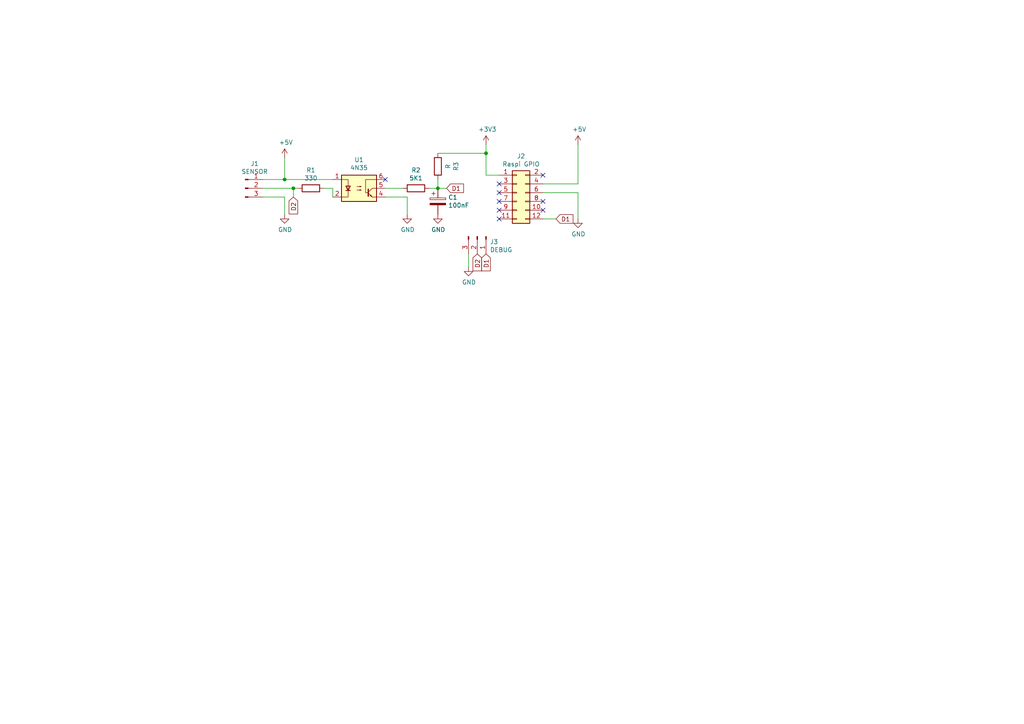
<source format=kicad_sch>
(kicad_sch (version 20211123) (generator eeschema)
  (paper "A4")
  (lib_symbols
    (symbol "Connector:Conn_01x03_Male" (pin_names (offset 1.016) hide)
      (property "Reference" "J" (at 0 5.08 0))
      (property "Value" "Conn_01x03_Male" (at 0 -5.08 0))
      (symbol "Conn_01x03_Male_1_1"
        (polyline (pts (xy 1.27 -2.54) (xy 0.8636 -2.54)) (stroke (width 0.1524)))
        (polyline (pts (xy 1.27 0) (xy 0.8636 0)) (stroke (width 0.1524)))
        (polyline (pts (xy 1.27 2.54) (xy 0.8636 2.54)) (stroke (width 0.1524)))
        (rectangle (start 0.8636 -2.413) (end 0 -2.667) (stroke (width 0.1524)) (fill (type outline)))
        (rectangle (start 0.8636 0.127) (end 0 -0.127) (stroke (width 0.1524)) (fill (type outline)))
        (rectangle (start 0.8636 2.667) (end 0 2.413) (stroke (width 0.1524)) (fill (type outline)))
        (pin passive line (at 5.08 2.54 180) (length 3.81) (name "Pin_1") (number "1"))
        (pin passive line (at 5.08 0 180) (length 3.81) (name "Pin_2") (number "2"))
        (pin passive line (at 5.08 -2.54 180) (length 3.81) (name "Pin_3") (number "3"))
      )
    )
    (symbol "Connector_Generic:Conn_02x06_Odd_Even" (pin_names (offset 1.016) hide)
      (property "Reference" "J" (at 1.27 7.62 0))
      (property "Value" "Conn_02x06_Odd_Even" (at 1.27 -10.16 0))
      (symbol "Conn_02x06_Odd_Even_1_1"
        (rectangle (start -1.27 -7.493) (end 0 -7.747) (stroke (width 0.1524)))
        (rectangle (start -1.27 -4.953) (end 0 -5.207) (stroke (width 0.1524)))
        (rectangle (start -1.27 -2.413) (end 0 -2.667) (stroke (width 0.1524)))
        (rectangle (start -1.27 0.127) (end 0 -0.127) (stroke (width 0.1524)))
        (rectangle (start -1.27 2.667) (end 0 2.413) (stroke (width 0.1524)))
        (rectangle (start -1.27 5.207) (end 0 4.953) (stroke (width 0.1524)))
        (rectangle (start -1.27 6.35) (end 3.81 -8.89) (stroke (width 0.254)) (fill (type background)))
        (rectangle (start 3.81 -7.493) (end 2.54 -7.747) (stroke (width 0.1524)))
        (rectangle (start 3.81 -4.953) (end 2.54 -5.207) (stroke (width 0.1524)))
        (rectangle (start 3.81 -2.413) (end 2.54 -2.667) (stroke (width 0.1524)))
        (rectangle (start 3.81 0.127) (end 2.54 -0.127) (stroke (width 0.1524)))
        (rectangle (start 3.81 2.667) (end 2.54 2.413) (stroke (width 0.1524)))
        (rectangle (start 3.81 5.207) (end 2.54 4.953) (stroke (width 0.1524)))
        (pin passive line (at -5.08 5.08 0) (length 3.81) (name "Pin_1") (number "1"))
        (pin passive line (at 7.62 -5.08 180) (length 3.81) (name "Pin_10") (number "10"))
        (pin passive line (at -5.08 -7.62 0) (length 3.81) (name "Pin_11") (number "11"))
        (pin passive line (at 7.62 -7.62 180) (length 3.81) (name "Pin_12") (number "12"))
        (pin passive line (at 7.62 5.08 180) (length 3.81) (name "Pin_2") (number "2"))
        (pin passive line (at -5.08 2.54 0) (length 3.81) (name "Pin_3") (number "3"))
        (pin passive line (at 7.62 2.54 180) (length 3.81) (name "Pin_4") (number "4"))
        (pin passive line (at -5.08 0 0) (length 3.81) (name "Pin_5") (number "5"))
        (pin passive line (at 7.62 0 180) (length 3.81) (name "Pin_6") (number "6"))
        (pin passive line (at -5.08 -2.54 0) (length 3.81) (name "Pin_7") (number "7"))
        (pin passive line (at 7.62 -2.54 180) (length 3.81) (name "Pin_8") (number "8"))
        (pin passive line (at -5.08 -5.08 0) (length 3.81) (name "Pin_9") (number "9"))
      )
    )
    (symbol "Device:C_Polarized" (pin_numbers hide) (pin_names (offset 0.254))
      (property "Reference" "C" (at 0.635 2.54 0))
      (property "Value" "C_Polarized" (at 0.635 -2.54 0))
      (symbol "C_Polarized_0_1"
        (rectangle (start -2.286 0.508) (end 2.286 1.016))
        (polyline (pts (xy -1.778 2.286) (xy -0.762 2.286)))
        (polyline (pts (xy -1.27 2.794) (xy -1.27 1.778)))
        (rectangle (start 2.286 -0.508) (end -2.286 -1.016) (fill (type outline)))
      )
      (symbol "C_Polarized_1_1"
        (pin passive line (at 0 3.81 270) (length 2.794) (name "~") (number "1"))
        (pin passive line (at 0 -3.81 90) (length 2.794) (name "~") (number "2"))
      )
    )
    (symbol "Device:R" (pin_numbers hide) (pin_names (offset 0))
      (property "Reference" "R" (at 2.032 0 90))
      (property "Value" "R" (at 0 0 90))
      (symbol "R_0_1"
        (rectangle (start -1.016 -2.54) (end 1.016 2.54) (stroke (width 0.254)))
      )
      (symbol "R_1_1"
        (pin passive line (at 0 3.81 270) (length 1.27) (name "~") (number "1"))
        (pin passive line (at 0 -3.81 90) (length 1.27) (name "~") (number "2"))
      )
    )
    (symbol "Isolator:4N35" (pin_names (offset 1.016))
      (property "Reference" "U" (at -5.08 5.08 0))
      (property "Value" "4N35" (at 0 5.08 0))
      (symbol "4N35_0_1"
        (rectangle (start -5.08 3.81) (end 5.08 -3.81) (stroke (width 0.254)) (fill (type background)))
        (polyline (pts (xy -3.81 -0.635) (xy -2.54 -0.635)) (stroke (width 0.254)))
        (polyline (pts (xy 2.667 -1.397) (xy 3.81 -2.54)))
        (polyline (pts (xy 2.667 -1.143) (xy 3.81 0)))
        (polyline (pts (xy 3.81 -2.54) (xy 5.08 -2.54)))
        (polyline (pts (xy 3.81 0) (xy 5.08 0)))
        (polyline (pts (xy 2.667 -0.254) (xy 2.667 -2.286) (xy 2.667 -2.286)) (stroke (width 0.3556)))
        (polyline (pts (xy -5.08 -2.54) (xy -3.175 -2.54) (xy -3.175 2.54) (xy -5.08 2.54)))
        (polyline (pts (xy -3.175 -0.635) (xy -3.81 0.635) (xy -2.54 0.635) (xy -3.175 -0.635)) (stroke (width 0.254)))
        (polyline (pts (xy 3.683 -2.413) (xy 3.429 -1.905) (xy 3.175 -2.159) (xy 3.683 -2.413)))
        (polyline (pts (xy 5.08 2.54) (xy 1.905 2.54) (xy 1.905 -1.27) (xy 2.54 -1.27)))
        (polyline (pts (xy -0.635 -0.508) (xy 0.635 -0.508) (xy 0.254 -0.635) (xy 0.254 -0.381) (xy 0.635 -0.508)))
        (polyline (pts (xy -0.635 0.508) (xy 0.635 0.508) (xy 0.254 0.381) (xy 0.254 0.635) (xy 0.635 0.508)))
      )
      (symbol "4N35_1_1"
        (pin passive line (at -7.62 2.54 0) (length 2.54) (name "~") (number "1"))
        (pin passive line (at -7.62 -2.54 0) (length 2.54) (name "~") (number "2"))
        (pin no_connect line (at -5.08 0 0) (length 2.54) hide (name "NC") (number "3"))
        (pin passive line (at 7.62 -2.54 180) (length 2.54) (name "~") (number "4"))
        (pin passive line (at 7.62 0 180) (length 2.54) (name "~") (number "5"))
        (pin passive line (at 7.62 2.54 180) (length 2.54) (name "~") (number "6"))
      )
    )
    (symbol "power:+3.3V" (power) (pin_names (offset 0))
      (property "Value" "+3.3V" (at 0 3.556 0))
      (symbol "+3.3V_0_1"
        (polyline (pts (xy -0.762 1.27) (xy 0 2.54)))
        (polyline (pts (xy 0 0) (xy 0 2.54)))
        (polyline (pts (xy 0 2.54) (xy 0.762 1.27)))
      )
      (symbol "+3.3V_1_1"
        (pin power_in line (at 0 0 90) (length 0) hide (name "+3V3") (number "1"))
      )
    )
    (symbol "power:+5V" (power) (pin_names (offset 0))
      (property "Value" "+5V" (at 0 3.556 0))
      (symbol "+5V_0_1"
        (polyline (pts (xy -0.762 1.27) (xy 0 2.54)))
        (polyline (pts (xy 0 0) (xy 0 2.54)))
        (polyline (pts (xy 0 2.54) (xy 0.762 1.27)))
      )
      (symbol "+5V_1_1"
        (pin power_in line (at 0 0 90) (length 0) hide (name "+5V") (number "1"))
      )
    )
    (symbol "power:GND" (power) (pin_names (offset 0))
      (property "Value" "GND" (at 0 -3.81 0))
      (symbol "GND_0_1"
        (polyline (pts (xy 0 0) (xy 0 -1.27) (xy 1.27 -1.27) (xy 0 -2.54) (xy -1.27 -1.27) (xy 0 -1.27)))
      )
      (symbol "GND_1_1"
        (pin power_in line (at 0 0 270) (length 0) hide (name "GND") (number "1"))
      )
    )
  )
  (junction (at 140.97 44.45))
  (junction (at 85.09 54.61))
  (junction (at 127 54.61))
  (junction (at 82.55 52.07))
  (no_connect (at 144.78 53.34))
  (no_connect (at 144.78 63.5))
  (no_connect (at 157.48 58.42))
  (no_connect (at 111.76 52.07))
  (no_connect (at 144.78 60.96))
  (no_connect (at 144.78 58.42))
  (no_connect (at 144.78 55.88))
  (no_connect (at 157.48 50.8))
  (no_connect (at 157.48 60.96))
  (wire (pts (xy 111.76 57.15) (xy 118.11 57.15)))
  (wire (pts (xy 118.11 57.15) (xy 118.11 62.23)))
  (wire (pts (xy 76.2 57.15) (xy 82.55 57.15)))
  (wire (pts (xy 82.55 52.07) (xy 96.52 52.07)))
  (wire (pts (xy 167.64 55.88) (xy 157.48 55.88)))
  (wire (pts (xy 127 54.61) (xy 129.54 54.61)))
  (wire (pts (xy 76.2 52.07) (xy 82.55 52.07)))
  (wire (pts (xy 76.2 54.61) (xy 85.09 54.61)))
  (wire (pts (xy 127 52.07) (xy 127 54.61)))
  (wire (pts (xy 111.76 54.61) (xy 116.84 54.61)))
  (wire (pts (xy 96.52 54.61) (xy 96.52 57.15)))
  (wire (pts (xy 167.64 53.34) (xy 157.48 53.34)))
  (wire (pts (xy 127 44.45) (xy 140.97 44.45)))
  (wire (pts (xy 85.09 54.61) (xy 86.36 54.61)))
  (wire (pts (xy 140.97 50.8) (xy 144.78 50.8)))
  (wire (pts (xy 157.48 63.5) (xy 161.29 63.5)))
  (wire (pts (xy 93.98 54.61) (xy 96.52 54.61)))
  (wire (pts (xy 140.97 44.45) (xy 140.97 50.8)))
  (wire (pts (xy 124.46 54.61) (xy 127 54.61)))
  (wire (pts (xy 85.09 57.15) (xy 85.09 54.61)))
  (wire (pts (xy 167.64 41.91) (xy 167.64 53.34)))
  (wire (pts (xy 82.55 57.15) (xy 82.55 62.23)))
  (wire (pts (xy 140.97 41.91) (xy 140.97 44.45)))
  (wire (pts (xy 167.64 63.5) (xy 167.64 55.88)))
  (wire (pts (xy 135.89 77.47) (xy 135.89 73.66)))
  (wire (pts (xy 82.55 45.72) (xy 82.55 52.07)))
  (global_label "D1" (shape input) (at 129.54 54.61 0) (property "Intersheet References" "${INTERSHEET_REFS}" (effects hide)))
  (global_label "D2" (shape input) (at 138.43 73.66 270) (property "Intersheet References" "${INTERSHEET_REFS}" (effects hide)))
  (global_label "D2" (shape input) (at 85.09 57.15 270) (property "Intersheet References" "${INTERSHEET_REFS}" (effects hide)))
  (global_label "D1" (shape input) (at 140.97 73.66 270) (property "Intersheet References" "${INTERSHEET_REFS}" (effects hide)))
  (global_label "D1" (shape input) (at 161.29 63.5 0) (property "Intersheet References" "${INTERSHEET_REFS}" (effects hide)))
  (symbol (lib_id "Isolator:4N35") (at 104.14 54.61 0) (unit 1)
    (property "Reference" "U1" (at 104.14 46.355 0))
    (property "Value" "4N35" (at 104.14 48.6664 0))
    (property "Footprint" "Package_DIP:DIP-6_W7.62mm" (effects hide))
    (property "Datasheet" "https://www.vishay.com/docs/81181/4n35.pdf" (effects hide))
  )
  (symbol (lib_id "Connector:Conn_01x03_Male") (at 71.12 54.61 0) (unit 1)
    (property "Reference" "J1" (at 73.8632 47.4726 0))
    (property "Value" "SENSOR" (at 73.8632 49.784 0))
    (property "Footprint" "Connector_PinHeader_2.54mm:PinHeader_1x03_P2.54mm_Vertical" (effects hide))
  )
  (symbol (lib_id "power:GND") (at 82.55 62.23 0) (unit 1)
    (property "Reference" "#PWR0101" (effects hide))
    (property "Value" "GND" (at 82.677 66.6242 0))
  )
  (symbol (lib_id "Device:R") (at 90.17 54.61 270) (unit 1)
    (property "Reference" "R1" (at 90.17 49.3522 90))
    (property "Value" "330" (at 90.17 51.6636 90))
    (property "Footprint" "Resistor_THT:R_Axial_DIN0207_L6.3mm_D2.5mm_P7.62mm_Horizontal" (effects hide))
  )
  (symbol (lib_id "power:+5V") (at 82.55 45.72 0) (unit 1)
    (property "Reference" "#PWR0102" (effects hide))
    (property "Value" "+5V" (at 82.931 41.3258 0))
  )
  (symbol (lib_id "power:GND") (at 167.64 63.5 0) (unit 1)
    (property "Reference" "#PWR0103" (effects hide))
    (property "Value" "GND" (at 167.767 67.8942 0))
  )
  (symbol (lib_id "power:+5V") (at 167.64 41.91 0) (unit 1)
    (property "Reference" "#PWR0104" (effects hide))
    (property "Value" "+5V" (at 168.021 37.5158 0))
  )
  (symbol (lib_id "power:GND") (at 118.11 62.23 0) (unit 1)
    (property "Reference" "#PWR0105" (effects hide))
    (property "Value" "GND" (at 118.237 66.6242 0))
  )
  (symbol (lib_id "Device:R") (at 120.65 54.61 270) (unit 1)
    (property "Reference" "R2" (at 120.65 49.3522 90))
    (property "Value" "5K1" (at 120.65 51.6636 90))
    (property "Footprint" "Resistor_THT:R_Axial_DIN0207_L6.3mm_D2.5mm_P7.62mm_Horizontal" (effects hide))
  )
  (symbol (lib_id "Device:C_Polarized") (at 127 58.42 0) (unit 1)
    (property "Reference" "C1" (at 129.9972 57.2516 0) (effects (justify left)))
    (property "Value" "100nF" (at 129.9972 59.563 0) (effects (justify left)))
    (property "Footprint" "Capacitor_THT:CP_Radial_Tantal_D5.0mm_P2.50mm" (effects hide))
  )
  (symbol (lib_id "power:GND") (at 127 62.23 0) (unit 1)
    (property "Reference" "#PWR0106" (effects hide))
    (property "Value" "GND" (at 127.127 66.6242 0))
  )
  (symbol (lib_id "Connector_Generic:Conn_02x06_Odd_Even") (at 149.86 55.88 0) (unit 1)
    (property "Reference" "J2" (at 151.13 45.2882 0))
    (property "Value" "Raspi GPIO" (at 151.13 47.5996 0))
    (property "Footprint" "Connector_PinSocket_2.54mm:PinSocket_2x06_P2.54mm_Vertical" (effects hide))
  )
  (symbol (lib_id "power:+3.3V") (at 140.97 41.91 0) (unit 1)
    (property "Reference" "#PWR01" (effects hide))
    (property "Value" "+3.3V" (at 141.351 37.5158 0))
  )
  (symbol (lib_id "Device:R") (at 127 48.26 180) (unit 1)
    (property "Reference" "R3" (at 132.2578 48.26 90))
    (property "Value" "R" (at 129.9464 48.26 90))
    (property "Footprint" "Resistor_THT:R_Axial_DIN0207_L6.3mm_D2.5mm_P7.62mm_Horizontal" (effects hide))
  )
  (symbol (lib_id "Connector:Conn_01x03_Male") (at 138.43 68.58 270) (unit 1)
    (property "Reference" "J3" (at 142.0876 70.1548 90) (effects (justify left)))
    (property "Value" "DEBUG" (at 142.0876 72.4662 90) (effects (justify left)))
    (property "Footprint" "Connector_PinHeader_2.54mm:PinHeader_1x03_P2.54mm_Vertical" (effects hide))
  )
  (symbol (lib_id "power:GND") (at 135.89 77.47 0) (unit 1)
    (property "Reference" "#PWR02" (effects hide))
    (property "Value" "GND" (at 136.017 81.8642 0))
  )
)
</source>
